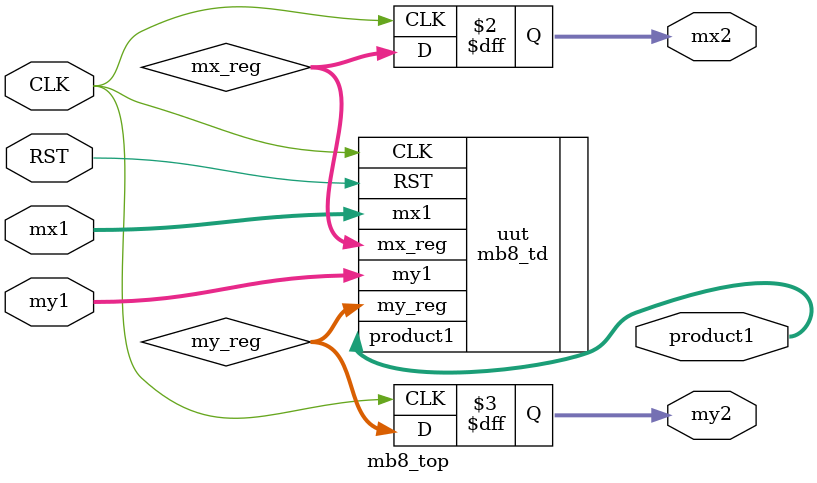
<source format=v>
`timescale 1ns / 1ps
module mb8_top (mx1, my1, CLK, RST, product1, mx2, my2);

parameter WIDTH=8;   
input wire [WIDTH-1:0] mx1;
input wire [WIDTH-1:0] my1;
input wire CLK;
input wire RST;
output wire[(2*WIDTH)-1:0] product1;

output reg [WIDTH-1:0] mx2;
output reg [WIDTH-1:0] my2;

wire [WIDTH-1:0] mx_reg;
wire [WIDTH-1:0] my_reg;

always@ (posedge CLK) // or negedge RST)
begin
mx2<=mx_reg;
my2<=my_reg;
end

	 mb8_td uut (
		.mx1(mx1), 
		.my1(my1),
		.CLK(CLK), 
		.RST(RST),     
		.product1(product1),
		.mx_reg(mx_reg),
		.my_reg(my_reg)
	);


endmodule

</source>
